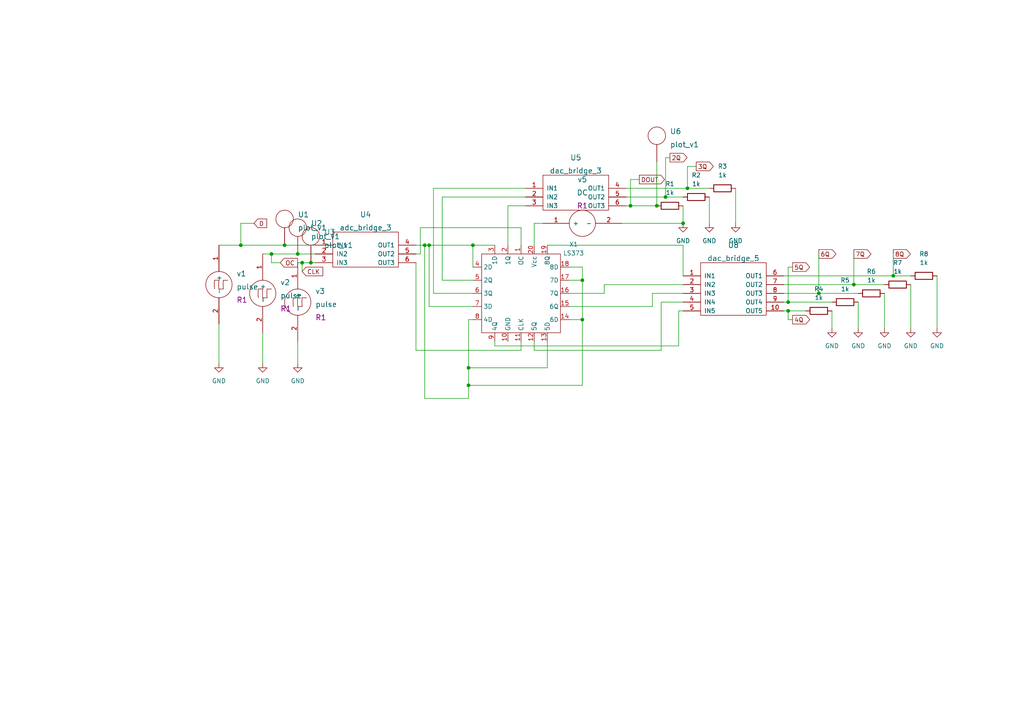
<source format=kicad_sch>
(kicad_sch (version 20211123) (generator eeschema)

  (uuid 43edfe05-85c5-468e-ac0c-0128166a7588)

  (paper "A4")

  (lib_symbols
    (symbol "eSim_Devices:resistor" (pin_numbers hide) (pin_names (offset 0)) (in_bom yes) (on_board yes)
      (property "Reference" "R" (id 0) (at 1.27 3.302 0)
        (effects (font (size 1.27 1.27)))
      )
      (property "Value" "resistor" (id 1) (at 1.27 -1.27 0)
        (effects (font (size 1.27 1.27)))
      )
      (property "Footprint" "" (id 2) (at 1.27 -0.508 0)
        (effects (font (size 0.762 0.762)))
      )
      (property "Datasheet" "" (id 3) (at 1.27 1.27 90)
        (effects (font (size 0.762 0.762)))
      )
      (property "ki_fp_filters" "R_* Resistor_*" (id 4) (at 0 0 0)
        (effects (font (size 1.27 1.27)) hide)
      )
      (symbol "resistor_0_1"
        (rectangle (start 3.81 0.254) (end -1.27 2.286)
          (stroke (width 0.254) (type default) (color 0 0 0 0))
          (fill (type none))
        )
      )
      (symbol "resistor_1_1"
        (pin passive line (at -2.54 1.27 0) (length 1.27)
          (name "~" (effects (font (size 1.524 1.524))))
          (number "1" (effects (font (size 1.524 1.524))))
        )
        (pin passive line (at 5.08 1.27 180) (length 1.27)
          (name "~" (effects (font (size 1.524 1.524))))
          (number "2" (effects (font (size 1.524 1.524))))
        )
      )
    )
    (symbol "eSim_Hybrid:adc_bridge_3" (pin_names (offset 1.016)) (in_bom yes) (on_board yes)
      (property "Reference" "U" (id 0) (at 0 0 0)
        (effects (font (size 1.524 1.524)))
      )
      (property "Value" "adc_bridge_3" (id 1) (at 0 3.81 0)
        (effects (font (size 1.524 1.524)))
      )
      (property "Footprint" "" (id 2) (at 0 0 0)
        (effects (font (size 1.524 1.524)))
      )
      (property "Datasheet" "" (id 3) (at 0 0 0)
        (effects (font (size 1.524 1.524)))
      )
      (symbol "adc_bridge_3_0_1"
        (rectangle (start -10.16 5.08) (end 8.89 -5.08)
          (stroke (width 0) (type default) (color 0 0 0 0))
          (fill (type none))
        )
      )
      (symbol "adc_bridge_3_1_1"
        (pin input line (at -15.24 1.27 0) (length 5.08)
          (name "IN1" (effects (font (size 1.27 1.27))))
          (number "1" (effects (font (size 1.27 1.27))))
        )
        (pin input line (at -15.24 -1.27 0) (length 5.08)
          (name "IN2" (effects (font (size 1.27 1.27))))
          (number "2" (effects (font (size 1.27 1.27))))
        )
        (pin input line (at -15.24 -3.81 0) (length 5.08)
          (name "IN3" (effects (font (size 1.27 1.27))))
          (number "3" (effects (font (size 1.27 1.27))))
        )
        (pin output line (at 13.97 1.27 180) (length 5.08)
          (name "OUT1" (effects (font (size 1.27 1.27))))
          (number "4" (effects (font (size 1.27 1.27))))
        )
        (pin output line (at 13.97 -1.27 180) (length 5.08)
          (name "OUT2" (effects (font (size 1.27 1.27))))
          (number "5" (effects (font (size 1.27 1.27))))
        )
        (pin output line (at 13.97 -3.81 180) (length 5.08)
          (name "OUT3" (effects (font (size 1.27 1.27))))
          (number "6" (effects (font (size 1.27 1.27))))
        )
      )
    )
    (symbol "eSim_Hybrid:dac_bridge_3" (pin_names (offset 1.016)) (in_bom yes) (on_board yes)
      (property "Reference" "U" (id 0) (at 0 0 0)
        (effects (font (size 1.524 1.524)))
      )
      (property "Value" "dac_bridge_3" (id 1) (at 0 3.81 0)
        (effects (font (size 1.524 1.524)))
      )
      (property "Footprint" "" (id 2) (at 0 0 0)
        (effects (font (size 1.524 1.524)))
      )
      (property "Datasheet" "" (id 3) (at 0 0 0)
        (effects (font (size 1.524 1.524)))
      )
      (symbol "dac_bridge_3_0_1"
        (rectangle (start -10.16 5.08) (end 8.89 -5.08)
          (stroke (width 0) (type default) (color 0 0 0 0))
          (fill (type none))
        )
      )
      (symbol "dac_bridge_3_1_1"
        (pin input line (at -15.24 1.27 0) (length 5.08)
          (name "IN1" (effects (font (size 1.27 1.27))))
          (number "1" (effects (font (size 1.27 1.27))))
        )
        (pin input line (at -15.24 -1.27 0) (length 5.08)
          (name "IN2" (effects (font (size 1.27 1.27))))
          (number "2" (effects (font (size 1.27 1.27))))
        )
        (pin input line (at -15.24 -3.81 0) (length 5.08)
          (name "IN3" (effects (font (size 1.27 1.27))))
          (number "3" (effects (font (size 1.27 1.27))))
        )
        (pin output line (at 13.97 1.27 180) (length 5.08)
          (name "OUT1" (effects (font (size 1.27 1.27))))
          (number "4" (effects (font (size 1.27 1.27))))
        )
        (pin output line (at 13.97 -1.27 180) (length 5.08)
          (name "OUT2" (effects (font (size 1.27 1.27))))
          (number "5" (effects (font (size 1.27 1.27))))
        )
        (pin output line (at 13.97 -3.81 180) (length 5.08)
          (name "OUT3" (effects (font (size 1.27 1.27))))
          (number "6" (effects (font (size 1.27 1.27))))
        )
      )
    )
    (symbol "eSim_Hybrid:dac_bridge_5" (pin_names (offset 1.016)) (in_bom yes) (on_board yes)
      (property "Reference" "U" (id 0) (at 0 0 0)
        (effects (font (size 1.524 1.524)))
      )
      (property "Value" "dac_bridge_5" (id 1) (at 0 3.81 0)
        (effects (font (size 1.524 1.524)))
      )
      (property "Footprint" "" (id 2) (at 0 0 0)
        (effects (font (size 1.524 1.524)))
      )
      (property "Datasheet" "" (id 3) (at 0 0 0)
        (effects (font (size 1.524 1.524)))
      )
      (symbol "dac_bridge_5_0_1"
        (rectangle (start -10.16 5.08) (end 8.89 -10.16)
          (stroke (width 0) (type default) (color 0 0 0 0))
          (fill (type none))
        )
      )
      (symbol "dac_bridge_5_1_1"
        (pin input line (at -15.24 1.27 0) (length 5.08)
          (name "IN1" (effects (font (size 1.27 1.27))))
          (number "1" (effects (font (size 1.27 1.27))))
        )
        (pin output line (at 13.97 -8.89 180) (length 5.08)
          (name "OUT5" (effects (font (size 1.27 1.27))))
          (number "10" (effects (font (size 1.27 1.27))))
        )
        (pin input line (at -15.24 -1.27 0) (length 5.08)
          (name "IN2" (effects (font (size 1.27 1.27))))
          (number "2" (effects (font (size 1.27 1.27))))
        )
        (pin input line (at -15.24 -3.81 0) (length 5.08)
          (name "IN3" (effects (font (size 1.27 1.27))))
          (number "3" (effects (font (size 1.27 1.27))))
        )
        (pin input line (at -15.24 -6.35 0) (length 5.08)
          (name "IN4" (effects (font (size 1.27 1.27))))
          (number "4" (effects (font (size 1.27 1.27))))
        )
        (pin input line (at -15.24 -8.89 0) (length 5.08)
          (name "IN5" (effects (font (size 1.27 1.27))))
          (number "5" (effects (font (size 1.27 1.27))))
        )
        (pin output line (at 13.97 1.27 180) (length 5.08)
          (name "OUT1" (effects (font (size 1.27 1.27))))
          (number "6" (effects (font (size 1.27 1.27))))
        )
        (pin output line (at 13.97 -1.27 180) (length 5.08)
          (name "OUT2" (effects (font (size 1.27 1.27))))
          (number "7" (effects (font (size 1.27 1.27))))
        )
        (pin output line (at 13.97 -3.81 180) (length 5.08)
          (name "OUT3" (effects (font (size 1.27 1.27))))
          (number "8" (effects (font (size 1.27 1.27))))
        )
        (pin output line (at 13.97 -6.35 180) (length 5.08)
          (name "OUT4" (effects (font (size 1.27 1.27))))
          (number "9" (effects (font (size 1.27 1.27))))
        )
      )
    )
    (symbol "eSim_Plot:plot_v1" (pin_names (offset 1.016)) (in_bom yes) (on_board yes)
      (property "Reference" "U" (id 0) (at 0 12.7 0)
        (effects (font (size 1.524 1.524)))
      )
      (property "Value" "plot_v1" (id 1) (at 5.08 8.89 0)
        (effects (font (size 1.524 1.524)))
      )
      (property "Footprint" "" (id 2) (at 0 0 0)
        (effects (font (size 1.524 1.524)))
      )
      (property "Datasheet" "" (id 3) (at 0 0 0)
        (effects (font (size 1.524 1.524)))
      )
      (symbol "plot_v1_0_1"
        (circle (center 0 12.7) (radius 2.54)
          (stroke (width 0) (type default) (color 0 0 0 0))
          (fill (type none))
        )
      )
      (symbol "plot_v1_1_1"
        (pin input line (at 0 5.08 90) (length 5.08)
          (name "~" (effects (font (size 1.27 1.27))))
          (number "~" (effects (font (size 1.27 1.27))))
        )
      )
    )
    (symbol "eSim_Power:eSim_GND" (power) (pin_names (offset 0)) (in_bom yes) (on_board yes)
      (property "Reference" "#PWR" (id 0) (at 0 -6.35 0)
        (effects (font (size 1.27 1.27)) hide)
      )
      (property "Value" "eSim_GND" (id 1) (at 0 -3.81 0)
        (effects (font (size 1.27 1.27)))
      )
      (property "Footprint" "" (id 2) (at 0 0 0)
        (effects (font (size 1.27 1.27)) hide)
      )
      (property "Datasheet" "" (id 3) (at 0 0 0)
        (effects (font (size 1.27 1.27)) hide)
      )
      (symbol "eSim_GND_0_1"
        (polyline
          (pts
            (xy 0 0)
            (xy 0 -1.27)
            (xy 1.27 -1.27)
            (xy 0 -2.54)
            (xy -1.27 -1.27)
            (xy 0 -1.27)
          )
          (stroke (width 0) (type default) (color 0 0 0 0))
          (fill (type none))
        )
      )
      (symbol "eSim_GND_1_1"
        (pin power_in line (at 0 0 270) (length 0) hide
          (name "GND" (effects (font (size 1.27 1.27))))
          (number "1" (effects (font (size 1.27 1.27))))
        )
      )
    )
    (symbol "eSim_Sources:DC" (pin_names (offset 1.016)) (in_bom yes) (on_board yes)
      (property "Reference" "v" (id 0) (at -5.08 2.54 0)
        (effects (font (size 1.524 1.524)))
      )
      (property "Value" "DC" (id 1) (at -5.08 -1.27 0)
        (effects (font (size 1.524 1.524)))
      )
      (property "Footprint" "R1" (id 2) (at -7.62 0 0)
        (effects (font (size 1.524 1.524)))
      )
      (property "Datasheet" "" (id 3) (at 0 0 0)
        (effects (font (size 1.524 1.524)))
      )
      (property "ki_fp_filters" "1_pin" (id 4) (at 0 0 0)
        (effects (font (size 1.27 1.27)) hide)
      )
      (symbol "DC_0_1"
        (circle (center 0 0) (radius 3.81)
          (stroke (width 0) (type default) (color 0 0 0 0))
          (fill (type none))
        )
      )
      (symbol "DC_1_1"
        (pin power_out line (at 0 11.43 270) (length 7.62)
          (name "+" (effects (font (size 1.27 1.27))))
          (number "1" (effects (font (size 1.27 1.27))))
        )
        (pin power_out line (at 0 -11.43 90) (length 7.62)
          (name "-" (effects (font (size 1.27 1.27))))
          (number "2" (effects (font (size 1.27 1.27))))
        )
      )
    )
    (symbol "eSim_Sources:pulse" (pin_names (offset 1.016)) (in_bom yes) (on_board yes)
      (property "Reference" "v" (id 0) (at -5.08 2.54 0)
        (effects (font (size 1.524 1.524)))
      )
      (property "Value" "pulse" (id 1) (at -5.08 -1.27 0)
        (effects (font (size 1.524 1.524)))
      )
      (property "Footprint" "R1" (id 2) (at -7.62 0 0)
        (effects (font (size 1.524 1.524)))
      )
      (property "Datasheet" "" (id 3) (at 0 0 0)
        (effects (font (size 1.524 1.524)))
      )
      (property "ki_fp_filters" "1_pin" (id 4) (at 0 0 0)
        (effects (font (size 1.27 1.27)) hide)
      )
      (symbol "pulse_0_1"
        (arc (start -1.27 1.27) (mid -1.3491 0) (end -1.27 -1.27)
          (stroke (width 0) (type default) (color 0 0 0 0))
          (fill (type none))
        )
        (arc (start 0 -1.27) (mid 0.635 -1.2876) (end 1.27 -1.27)
          (stroke (width 0) (type default) (color 0 0 0 0))
          (fill (type none))
        )
        (circle (center 0 0) (radius 3.81)
          (stroke (width 0) (type default) (color 0 0 0 0))
          (fill (type none))
        )
        (arc (start 0 1.27) (mid -0.635 1.2859) (end -1.27 1.27)
          (stroke (width 0) (type default) (color 0 0 0 0))
          (fill (type none))
        )
        (arc (start 0 1.27) (mid -0.0703 0) (end 0 -1.27)
          (stroke (width 0) (type default) (color 0 0 0 0))
          (fill (type none))
        )
        (arc (start 1.27 1.27) (mid 1.2124 0) (end 1.27 -1.27)
          (stroke (width 0) (type default) (color 0 0 0 0))
          (fill (type none))
        )
        (arc (start 1.27 1.27) (mid 1.905 1.2556) (end 2.54 1.27)
          (stroke (width 0) (type default) (color 0 0 0 0))
          (fill (type none))
        )
      )
      (symbol "pulse_1_1"
        (pin passive line (at 0 11.43 270) (length 7.62)
          (name "+" (effects (font (size 1.27 1.27))))
          (number "1" (effects (font (size 1.27 1.27))))
        )
        (pin passive line (at 0 -11.43 90) (length 7.62)
          (name "-" (effects (font (size 1.27 1.27))))
          (number "2" (effects (font (size 1.27 1.27))))
        )
      )
    )
    (symbol "eSim_Subckt:LS373" (in_bom yes) (on_board yes)
      (property "Reference" "X" (id 0) (at -1.27 -1.27 0)
        (effects (font (size 1.27 1.27)))
      )
      (property "Value" "LS373" (id 1) (at -1.27 2.54 0)
        (effects (font (size 1.27 1.27)))
      )
      (property "Footprint" "" (id 2) (at 1.27 -5.08 0)
        (effects (font (size 1.27 1.27)) hide)
      )
      (property "Datasheet" "" (id 3) (at 1.27 -5.08 0)
        (effects (font (size 1.27 1.27)) hide)
      )
      (symbol "LS373_0_1"
        (rectangle (start -12.7 11.43) (end 10.16 -11.43)
          (stroke (width 0) (type default) (color 0 0 0 0))
          (fill (type none))
        )
      )
      (symbol "LS373_1_1"
        (pin input line (at -1.27 13.97 270) (length 2.54)
          (name "OC" (effects (font (size 1.27 1.27))))
          (number "1" (effects (font (size 1.27 1.27))))
        )
        (pin input line (at -5.08 -13.97 90) (length 2.54)
          (name "GND" (effects (font (size 1.27 1.27))))
          (number "10" (effects (font (size 1.27 1.27))))
        )
        (pin input line (at -1.27 -13.97 90) (length 2.54)
          (name "CLK" (effects (font (size 1.27 1.27))))
          (number "11" (effects (font (size 1.27 1.27))))
        )
        (pin output line (at 2.54 -13.97 90) (length 2.54)
          (name "5Q" (effects (font (size 1.27 1.27))))
          (number "12" (effects (font (size 1.27 1.27))))
        )
        (pin input line (at 6.35 -13.97 90) (length 2.54)
          (name "5D" (effects (font (size 1.27 1.27))))
          (number "13" (effects (font (size 1.27 1.27))))
        )
        (pin input line (at 12.7 -7.62 180) (length 2.54)
          (name "6D" (effects (font (size 1.27 1.27))))
          (number "14" (effects (font (size 1.27 1.27))))
        )
        (pin output line (at 12.7 -3.81 180) (length 2.54)
          (name "6Q" (effects (font (size 1.27 1.27))))
          (number "15" (effects (font (size 1.27 1.27))))
        )
        (pin output line (at 12.7 0 180) (length 2.54)
          (name "7Q" (effects (font (size 1.27 1.27))))
          (number "16" (effects (font (size 1.27 1.27))))
        )
        (pin input line (at 12.7 3.81 180) (length 2.54)
          (name "7D" (effects (font (size 1.27 1.27))))
          (number "17" (effects (font (size 1.27 1.27))))
        )
        (pin input line (at 12.7 7.62 180) (length 2.54)
          (name "8D" (effects (font (size 1.27 1.27))))
          (number "18" (effects (font (size 1.27 1.27))))
        )
        (pin output line (at 6.35 13.97 270) (length 2.54)
          (name "8Q" (effects (font (size 1.27 1.27))))
          (number "19" (effects (font (size 1.27 1.27))))
        )
        (pin output line (at -5.08 13.97 270) (length 2.54)
          (name "1Q" (effects (font (size 1.27 1.27))))
          (number "2" (effects (font (size 1.27 1.27))))
        )
        (pin input line (at 2.54 13.97 270) (length 2.54)
          (name "Vcc" (effects (font (size 1.27 1.27))))
          (number "20" (effects (font (size 1.27 1.27))))
        )
        (pin input line (at -8.89 13.97 270) (length 2.54)
          (name "1D" (effects (font (size 1.27 1.27))))
          (number "3" (effects (font (size 1.27 1.27))))
        )
        (pin input line (at -15.24 7.62 0) (length 2.54)
          (name "2D" (effects (font (size 1.27 1.27))))
          (number "4" (effects (font (size 1.27 1.27))))
        )
        (pin output line (at -15.24 3.81 0) (length 2.54)
          (name "2Q" (effects (font (size 1.27 1.27))))
          (number "5" (effects (font (size 1.27 1.27))))
        )
        (pin output line (at -15.24 0 0) (length 2.54)
          (name "3Q" (effects (font (size 1.27 1.27))))
          (number "6" (effects (font (size 1.27 1.27))))
        )
        (pin input line (at -15.24 -3.81 0) (length 2.54)
          (name "3D" (effects (font (size 1.27 1.27))))
          (number "7" (effects (font (size 1.27 1.27))))
        )
        (pin input line (at -15.24 -7.62 0) (length 2.54)
          (name "4D" (effects (font (size 1.27 1.27))))
          (number "8" (effects (font (size 1.27 1.27))))
        )
        (pin output line (at -8.89 -13.97 90) (length 2.54)
          (name "4Q" (effects (font (size 1.27 1.27))))
          (number "9" (effects (font (size 1.27 1.27))))
        )
      )
    )
  )

  (junction (at 90.17 76.2) (diameter 0) (color 0 0 0 0)
    (uuid 09281a5a-a86e-4c23-b099-a6d1b64041c1)
  )
  (junction (at 168.91 92.71) (diameter 0) (color 0 0 0 0)
    (uuid 2270affe-b7e8-4a6c-961e-cba2d3a70804)
  )
  (junction (at 228.6 90.17) (diameter 0) (color 0 0 0 0)
    (uuid 2732402a-d917-46ff-8c2b-3456ef1d966c)
  )
  (junction (at 135.89 111.76) (diameter 0) (color 0 0 0 0)
    (uuid 4237470b-349e-4813-9afd-5dc9e1821ba3)
  )
  (junction (at 237.49 85.09) (diameter 0) (color 0 0 0 0)
    (uuid 43d40bf9-5af3-4dfa-85bc-d310f895fd59)
  )
  (junction (at 86.36 73.66) (diameter 0) (color 0 0 0 0)
    (uuid 46d50858-0440-4f8d-9ae5-7d8b4bbd0a0f)
  )
  (junction (at 123.19 71.12) (diameter 0) (color 0 0 0 0)
    (uuid 519d370f-bfe1-4f2c-9365-2512d01916d2)
  )
  (junction (at 124.46 71.12) (diameter 0) (color 0 0 0 0)
    (uuid 5418e2ce-1e63-43b4-8dbb-6daff1549ecd)
  )
  (junction (at 190.5 59.69) (diameter 0) (color 0 0 0 0)
    (uuid 6885856d-c3bc-4a1d-a76f-97b4ebf64dc5)
  )
  (junction (at 135.89 106.68) (diameter 0) (color 0 0 0 0)
    (uuid 6d19878a-ebd1-44b2-90b7-d7353ef922cc)
  )
  (junction (at 87.63 76.2) (diameter 0) (color 0 0 0 0)
    (uuid 6dd40e1b-9f0c-419d-8f40-9d4585344659)
  )
  (junction (at 228.6 87.63) (diameter 0) (color 0 0 0 0)
    (uuid 9a894b2f-dda0-4cab-9866-ffdc2b24b4dd)
  )
  (junction (at 69.85 71.12) (diameter 0) (color 0 0 0 0)
    (uuid b9fc29e8-655e-42e4-84b1-984a211f3e23)
  )
  (junction (at 182.88 59.69) (diameter 0) (color 0 0 0 0)
    (uuid bab19450-2b51-4e1d-9364-5343fe09801b)
  )
  (junction (at 199.39 54.61) (diameter 0) (color 0 0 0 0)
    (uuid bb7ae1db-4116-42f2-a6c5-7c2f02d8836c)
  )
  (junction (at 82.55 71.12) (diameter 0) (color 0 0 0 0)
    (uuid c16a4b80-6bb0-48bb-a77f-532404d996c1)
  )
  (junction (at 78.74 73.66) (diameter 0) (color 0 0 0 0)
    (uuid c3ff09c2-3f0c-4ca2-a180-e523eb32b5f1)
  )
  (junction (at 137.16 71.12) (diameter 0) (color 0 0 0 0)
    (uuid c80423f7-ac67-421c-9570-31abb5a2e60e)
  )
  (junction (at 259.08 80.01) (diameter 0) (color 0 0 0 0)
    (uuid c8bbce71-7e5d-4e41-be0a-6bccb3cac5a4)
  )
  (junction (at 198.12 64.77) (diameter 0) (color 0 0 0 0)
    (uuid ca284425-69c6-47de-8a1f-e02400872e50)
  )
  (junction (at 168.91 81.28) (diameter 0) (color 0 0 0 0)
    (uuid ecc0c9c2-0d1b-47dc-8851-f45baa480f37)
  )
  (junction (at 193.04 57.15) (diameter 0) (color 0 0 0 0)
    (uuid f6b595fd-18ae-48f5-a366-d64143337671)
  )
  (junction (at 247.65 82.55) (diameter 0) (color 0 0 0 0)
    (uuid fad9b830-894e-417b-b520-07681b3fdc37)
  )

  (wire (pts (xy 175.26 82.55) (xy 198.12 82.55))
    (stroke (width 0) (type default) (color 0 0 0 0))
    (uuid 028e3fae-8c6e-446f-9c49-7f4d5cb8ce7e)
  )
  (wire (pts (xy 227.33 85.09) (xy 237.49 85.09))
    (stroke (width 0) (type default) (color 0 0 0 0))
    (uuid 03bf1c75-2b94-4a60-b126-c89736db4627)
  )
  (wire (pts (xy 199.39 48.26) (xy 199.39 54.61))
    (stroke (width 0) (type default) (color 0 0 0 0))
    (uuid 04b5c97d-687a-406b-a63a-25c68bb9d0a4)
  )
  (wire (pts (xy 205.74 57.15) (xy 205.74 64.77))
    (stroke (width 0) (type default) (color 0 0 0 0))
    (uuid 051e2cf3-a9ad-4b30-b3bf-474218613169)
  )
  (wire (pts (xy 86.36 76.2) (xy 87.63 76.2))
    (stroke (width 0) (type default) (color 0 0 0 0))
    (uuid 06f9cfb0-18fb-4312-9646-18c587abda36)
  )
  (wire (pts (xy 168.91 111.76) (xy 135.89 111.76))
    (stroke (width 0) (type default) (color 0 0 0 0))
    (uuid 0759cc45-49d6-47a3-8473-1e14cce89c97)
  )
  (wire (pts (xy 196.85 100.33) (xy 196.85 90.17))
    (stroke (width 0) (type default) (color 0 0 0 0))
    (uuid 0824a631-90af-4562-a7bc-b7486fe1c970)
  )
  (wire (pts (xy 124.46 71.12) (xy 137.16 71.12))
    (stroke (width 0) (type default) (color 0 0 0 0))
    (uuid 0a2cc2a4-de7f-41f2-ab73-0ea37011b233)
  )
  (wire (pts (xy 198.12 59.69) (xy 198.12 64.77))
    (stroke (width 0) (type default) (color 0 0 0 0))
    (uuid 0bc98a99-7476-4a2a-a114-c49477fd3901)
  )
  (wire (pts (xy 237.49 85.09) (xy 248.92 85.09))
    (stroke (width 0) (type default) (color 0 0 0 0))
    (uuid 0e1a21c1-3eb8-4bb0-9454-c29a161b5f76)
  )
  (wire (pts (xy 137.16 71.12) (xy 137.16 77.47))
    (stroke (width 0) (type default) (color 0 0 0 0))
    (uuid 10cba2db-e0ee-4562-b5c2-af57c36bef2b)
  )
  (wire (pts (xy 191.77 87.63) (xy 191.77 101.6))
    (stroke (width 0) (type default) (color 0 0 0 0))
    (uuid 12d9d150-a344-4f5d-9c0e-7bdbc42f5fe8)
  )
  (wire (pts (xy 69.85 71.12) (xy 82.55 71.12))
    (stroke (width 0) (type default) (color 0 0 0 0))
    (uuid 13be8ea6-5495-4b6a-9640-53df189b500a)
  )
  (wire (pts (xy 227.33 90.17) (xy 228.6 90.17))
    (stroke (width 0) (type default) (color 0 0 0 0))
    (uuid 1a508db1-750a-40d0-94ef-531e0ad672cc)
  )
  (wire (pts (xy 120.65 73.66) (xy 121.92 73.66))
    (stroke (width 0) (type default) (color 0 0 0 0))
    (uuid 1f1ec0a1-03dc-41c3-8ddb-90fa27b54835)
  )
  (wire (pts (xy 82.55 71.12) (xy 91.44 71.12))
    (stroke (width 0) (type default) (color 0 0 0 0))
    (uuid 20d332d2-b200-4759-9766-2cebffb13b0d)
  )
  (wire (pts (xy 63.5 93.98) (xy 63.5 105.41))
    (stroke (width 0) (type default) (color 0 0 0 0))
    (uuid 20da8034-5361-41e8-b137-c904adcf0c6f)
  )
  (wire (pts (xy 158.75 99.06) (xy 158.75 106.68))
    (stroke (width 0) (type default) (color 0 0 0 0))
    (uuid 226d6e53-0321-4408-b0c0-abf4eb0a69a8)
  )
  (wire (pts (xy 158.75 106.68) (xy 135.89 106.68))
    (stroke (width 0) (type default) (color 0 0 0 0))
    (uuid 27027415-8ae6-4ad1-b556-73a1d39c3796)
  )
  (wire (pts (xy 165.1 85.09) (xy 175.26 85.09))
    (stroke (width 0) (type default) (color 0 0 0 0))
    (uuid 27cd77f4-a811-4dd6-b344-6d0f0ccf4d3b)
  )
  (wire (pts (xy 259.08 73.66) (xy 259.08 80.01))
    (stroke (width 0) (type default) (color 0 0 0 0))
    (uuid 28808e4c-8ba3-4c2c-bbbf-27f364c32a8c)
  )
  (wire (pts (xy 81.28 76.2) (xy 78.74 76.2))
    (stroke (width 0) (type default) (color 0 0 0 0))
    (uuid 2a83a28d-db44-4d26-9206-7896fc163805)
  )
  (wire (pts (xy 165.1 88.9) (xy 189.23 88.9))
    (stroke (width 0) (type default) (color 0 0 0 0))
    (uuid 2b2f5a07-1fa9-48d6-9660-ae616b609f19)
  )
  (wire (pts (xy 199.39 54.61) (xy 205.74 54.61))
    (stroke (width 0) (type default) (color 0 0 0 0))
    (uuid 2c9e52fb-2379-4174-8fb5-d72667ebf91d)
  )
  (wire (pts (xy 158.75 71.12) (xy 198.12 71.12))
    (stroke (width 0) (type default) (color 0 0 0 0))
    (uuid 2d7e02e7-9b05-425a-8106-92b7460c9ce7)
  )
  (wire (pts (xy 121.92 66.04) (xy 121.92 73.66))
    (stroke (width 0) (type default) (color 0 0 0 0))
    (uuid 2df182f4-b80c-4589-b045-c38103982a5a)
  )
  (wire (pts (xy 137.16 71.12) (xy 143.51 71.12))
    (stroke (width 0) (type default) (color 0 0 0 0))
    (uuid 2ec95449-6f82-48a4-a7c7-4c766d57c1ae)
  )
  (wire (pts (xy 190.5 46.99) (xy 190.5 59.69))
    (stroke (width 0) (type default) (color 0 0 0 0))
    (uuid 3be98431-f944-4fa6-b1bf-5dc357166620)
  )
  (wire (pts (xy 73.66 64.77) (xy 69.85 64.77))
    (stroke (width 0) (type default) (color 0 0 0 0))
    (uuid 3da39f31-4bd2-4d6d-9d6e-6d62ec832587)
  )
  (wire (pts (xy 229.87 92.71) (xy 228.6 92.71))
    (stroke (width 0) (type default) (color 0 0 0 0))
    (uuid 3ece9915-ae62-4118-857b-7cdebb3a8beb)
  )
  (wire (pts (xy 165.1 77.47) (xy 168.91 77.47))
    (stroke (width 0) (type default) (color 0 0 0 0))
    (uuid 3f1c4cb4-189e-465f-b623-f99dbee39f88)
  )
  (wire (pts (xy 78.74 76.2) (xy 78.74 73.66))
    (stroke (width 0) (type default) (color 0 0 0 0))
    (uuid 46040654-e7af-4c70-b0ca-a1ed8d68802d)
  )
  (wire (pts (xy 135.89 106.68) (xy 135.89 92.71))
    (stroke (width 0) (type default) (color 0 0 0 0))
    (uuid 47100e89-b978-4ee0-8db3-351d6a6441cd)
  )
  (wire (pts (xy 137.16 85.09) (xy 125.73 85.09))
    (stroke (width 0) (type default) (color 0 0 0 0))
    (uuid 49fc40d4-4a78-4fc9-8fc9-6fff19e2613c)
  )
  (wire (pts (xy 228.6 87.63) (xy 241.3 87.63))
    (stroke (width 0) (type default) (color 0 0 0 0))
    (uuid 4a11cd26-38ea-4219-862a-07fcf2687453)
  )
  (wire (pts (xy 78.74 73.66) (xy 86.36 73.66))
    (stroke (width 0) (type default) (color 0 0 0 0))
    (uuid 4dbd48d9-61d7-466d-b7d6-f4291fdc6367)
  )
  (wire (pts (xy 135.89 92.71) (xy 137.16 92.71))
    (stroke (width 0) (type default) (color 0 0 0 0))
    (uuid 4dce2f05-7320-4f5c-928e-d9817c2b8a3e)
  )
  (wire (pts (xy 201.93 48.26) (xy 199.39 48.26))
    (stroke (width 0) (type default) (color 0 0 0 0))
    (uuid 4eb044f3-fe6f-4b35-8969-07188157dac1)
  )
  (wire (pts (xy 143.51 99.06) (xy 143.51 100.33))
    (stroke (width 0) (type default) (color 0 0 0 0))
    (uuid 4f154cbd-5f87-470f-b434-067718fe3a5c)
  )
  (wire (pts (xy 191.77 87.63) (xy 198.12 87.63))
    (stroke (width 0) (type default) (color 0 0 0 0))
    (uuid 5650bf65-c413-4642-bb9c-0bd7fa9cb549)
  )
  (wire (pts (xy 175.26 85.09) (xy 175.26 82.55))
    (stroke (width 0) (type default) (color 0 0 0 0))
    (uuid 5877dfd6-b33c-4847-9332-821d23269b29)
  )
  (wire (pts (xy 181.61 59.69) (xy 182.88 59.69))
    (stroke (width 0) (type default) (color 0 0 0 0))
    (uuid 595e8a16-205d-440a-bcbf-380fa021dac2)
  )
  (wire (pts (xy 86.36 73.66) (xy 91.44 73.66))
    (stroke (width 0) (type default) (color 0 0 0 0))
    (uuid 6329bea6-15be-4f68-bd91-ebe1d27f6c30)
  )
  (wire (pts (xy 147.32 71.12) (xy 147.32 59.69))
    (stroke (width 0) (type default) (color 0 0 0 0))
    (uuid 6354d4c1-90be-4817-bcdc-36954592efa3)
  )
  (wire (pts (xy 227.33 82.55) (xy 247.65 82.55))
    (stroke (width 0) (type default) (color 0 0 0 0))
    (uuid 69c2f445-62d2-4a19-ac51-ff1aadfb6e73)
  )
  (wire (pts (xy 157.48 64.77) (xy 154.94 64.77))
    (stroke (width 0) (type default) (color 0 0 0 0))
    (uuid 6ccd465b-12fb-4e06-87c5-a9833d4f4940)
  )
  (wire (pts (xy 151.13 101.6) (xy 151.13 99.06))
    (stroke (width 0) (type default) (color 0 0 0 0))
    (uuid 6fde38dd-34e2-4263-964a-b23840cb4490)
  )
  (wire (pts (xy 143.51 100.33) (xy 196.85 100.33))
    (stroke (width 0) (type default) (color 0 0 0 0))
    (uuid 6fec5ea9-a3ca-4696-b485-469117b180fd)
  )
  (wire (pts (xy 185.42 52.07) (xy 182.88 52.07))
    (stroke (width 0) (type default) (color 0 0 0 0))
    (uuid 72616224-ee0d-4164-b4a9-1249f5640adb)
  )
  (wire (pts (xy 189.23 85.09) (xy 198.12 85.09))
    (stroke (width 0) (type default) (color 0 0 0 0))
    (uuid 7389a711-7a77-4717-8eff-bc9804baaa62)
  )
  (wire (pts (xy 87.63 76.2) (xy 87.63 78.74))
    (stroke (width 0) (type default) (color 0 0 0 0))
    (uuid 770d128c-494d-4aab-897a-c6c3fb3dacfe)
  )
  (wire (pts (xy 128.27 81.28) (xy 128.27 57.15))
    (stroke (width 0) (type default) (color 0 0 0 0))
    (uuid 77b79ea1-7014-475a-ad2e-7db22f0280c8)
  )
  (wire (pts (xy 87.63 76.2) (xy 90.17 76.2))
    (stroke (width 0) (type default) (color 0 0 0 0))
    (uuid 78431b7e-31e4-4847-92e3-8949e945e87d)
  )
  (wire (pts (xy 151.13 66.04) (xy 121.92 66.04))
    (stroke (width 0) (type default) (color 0 0 0 0))
    (uuid 78f15e48-6920-4104-ac0e-07a8fbd13aa8)
  )
  (wire (pts (xy 180.34 64.77) (xy 198.12 64.77))
    (stroke (width 0) (type default) (color 0 0 0 0))
    (uuid 7936234b-cee7-4fe7-83e5-62952fbfd6de)
  )
  (wire (pts (xy 147.32 59.69) (xy 152.4 59.69))
    (stroke (width 0) (type default) (color 0 0 0 0))
    (uuid 7bfe5c76-8280-46f0-87d8-1a00d531241b)
  )
  (wire (pts (xy 76.2 96.52) (xy 76.2 105.41))
    (stroke (width 0) (type default) (color 0 0 0 0))
    (uuid 80bd7bc8-3f31-4668-872e-78dfff17fc1b)
  )
  (wire (pts (xy 123.19 71.12) (xy 124.46 71.12))
    (stroke (width 0) (type default) (color 0 0 0 0))
    (uuid 830fe809-d7d7-48a6-8479-dfbcdb54c17a)
  )
  (wire (pts (xy 135.89 115.57) (xy 135.89 111.76))
    (stroke (width 0) (type default) (color 0 0 0 0))
    (uuid 84a33a41-b3a6-468f-bd15-e63a71dcf9d9)
  )
  (wire (pts (xy 181.61 57.15) (xy 193.04 57.15))
    (stroke (width 0) (type default) (color 0 0 0 0))
    (uuid 8cbfb5e8-7375-410c-9fd4-fe6f2cbe9e12)
  )
  (wire (pts (xy 154.94 99.06) (xy 154.94 101.6))
    (stroke (width 0) (type default) (color 0 0 0 0))
    (uuid 8f7e9318-d33a-4b62-8e82-f68fb8f40974)
  )
  (wire (pts (xy 213.36 54.61) (xy 213.36 64.77))
    (stroke (width 0) (type default) (color 0 0 0 0))
    (uuid 92d21701-a0c4-4001-9420-d94a99d2b06f)
  )
  (wire (pts (xy 90.17 76.2) (xy 91.44 76.2))
    (stroke (width 0) (type default) (color 0 0 0 0))
    (uuid 9440dbd6-0b5c-418c-9dd3-57fe95e3d905)
  )
  (wire (pts (xy 154.94 101.6) (xy 191.77 101.6))
    (stroke (width 0) (type default) (color 0 0 0 0))
    (uuid 9d500300-6411-4983-9e40-6ac198d666ab)
  )
  (wire (pts (xy 182.88 59.69) (xy 190.5 59.69))
    (stroke (width 0) (type default) (color 0 0 0 0))
    (uuid 9d5c9c01-2fe0-4ed6-a83d-3b3c78f0f235)
  )
  (wire (pts (xy 86.36 99.06) (xy 86.36 105.41))
    (stroke (width 0) (type default) (color 0 0 0 0))
    (uuid 9dcace89-da19-45eb-8d2c-e4c1e62f4b5f)
  )
  (wire (pts (xy 259.08 80.01) (xy 264.16 80.01))
    (stroke (width 0) (type default) (color 0 0 0 0))
    (uuid a4f8db8f-c24e-4722-afe4-92801d8f2a98)
  )
  (wire (pts (xy 137.16 88.9) (xy 124.46 88.9))
    (stroke (width 0) (type default) (color 0 0 0 0))
    (uuid a54efde2-f2ae-4218-bbae-5b05d56bf6ba)
  )
  (wire (pts (xy 271.78 80.01) (xy 271.78 95.25))
    (stroke (width 0) (type default) (color 0 0 0 0))
    (uuid a56ee99e-52d3-43dc-9ac5-25882385dae4)
  )
  (wire (pts (xy 193.04 45.72) (xy 193.04 57.15))
    (stroke (width 0) (type default) (color 0 0 0 0))
    (uuid a9eb011b-8b19-4116-8db0-b8545021f02e)
  )
  (wire (pts (xy 247.65 82.55) (xy 256.54 82.55))
    (stroke (width 0) (type default) (color 0 0 0 0))
    (uuid aa45b966-0729-413f-93f2-601438c005de)
  )
  (wire (pts (xy 228.6 92.71) (xy 228.6 90.17))
    (stroke (width 0) (type default) (color 0 0 0 0))
    (uuid aa6a4669-dc11-4acf-afd0-3d0686123bdf)
  )
  (wire (pts (xy 165.1 81.28) (xy 168.91 81.28))
    (stroke (width 0) (type default) (color 0 0 0 0))
    (uuid b25dcb27-8691-4e6d-a26f-08ce3ba698d4)
  )
  (wire (pts (xy 182.88 52.07) (xy 182.88 59.69))
    (stroke (width 0) (type default) (color 0 0 0 0))
    (uuid b2c94420-38a2-44be-842a-868819cee1e0)
  )
  (wire (pts (xy 256.54 85.09) (xy 256.54 95.25))
    (stroke (width 0) (type default) (color 0 0 0 0))
    (uuid baf0dda6-745a-4e4b-b5c7-9c3ce3cba88a)
  )
  (wire (pts (xy 168.91 92.71) (xy 168.91 111.76))
    (stroke (width 0) (type default) (color 0 0 0 0))
    (uuid bbb01ba1-76dd-4bca-8751-d9e27c5b1477)
  )
  (wire (pts (xy 128.27 57.15) (xy 152.4 57.15))
    (stroke (width 0) (type default) (color 0 0 0 0))
    (uuid be82cbce-d98d-4b55-82c9-98f22f5b25c5)
  )
  (wire (pts (xy 151.13 71.12) (xy 151.13 66.04))
    (stroke (width 0) (type default) (color 0 0 0 0))
    (uuid bfb0daf2-8349-4adc-b0a5-2228e73a5a4b)
  )
  (wire (pts (xy 135.89 115.57) (xy 123.19 115.57))
    (stroke (width 0) (type default) (color 0 0 0 0))
    (uuid c087ba44-040f-451a-820a-b75d8ef7c222)
  )
  (wire (pts (xy 194.31 45.72) (xy 193.04 45.72))
    (stroke (width 0) (type default) (color 0 0 0 0))
    (uuid c227ac63-5ecd-4190-9ec2-ff65414d47f1)
  )
  (wire (pts (xy 237.49 73.66) (xy 237.49 85.09))
    (stroke (width 0) (type default) (color 0 0 0 0))
    (uuid c33b2f3c-e3af-4be2-b566-b017df46b437)
  )
  (wire (pts (xy 137.16 81.28) (xy 128.27 81.28))
    (stroke (width 0) (type default) (color 0 0 0 0))
    (uuid c436e6dc-31d6-436b-b5e2-16b281b6c188)
  )
  (wire (pts (xy 125.73 85.09) (xy 125.73 54.61))
    (stroke (width 0) (type default) (color 0 0 0 0))
    (uuid c5964616-b724-46a2-9ae9-d8379a6de66f)
  )
  (wire (pts (xy 124.46 88.9) (xy 124.46 71.12))
    (stroke (width 0) (type default) (color 0 0 0 0))
    (uuid c74a76a4-1e2e-4feb-afa7-f558b9a8534f)
  )
  (wire (pts (xy 189.23 88.9) (xy 189.23 85.09))
    (stroke (width 0) (type default) (color 0 0 0 0))
    (uuid c8075627-6c12-4c5c-ab60-e2939e88f08e)
  )
  (wire (pts (xy 241.3 90.17) (xy 241.3 95.25))
    (stroke (width 0) (type default) (color 0 0 0 0))
    (uuid c920cb86-5a59-4722-a7af-f5ddbcf4f5ba)
  )
  (wire (pts (xy 120.65 71.12) (xy 123.19 71.12))
    (stroke (width 0) (type default) (color 0 0 0 0))
    (uuid cf0bf0a6-0130-4959-80c7-ff76badd2f87)
  )
  (wire (pts (xy 63.5 71.12) (xy 69.85 71.12))
    (stroke (width 0) (type default) (color 0 0 0 0))
    (uuid d24e05fb-9f3d-4954-bb5b-913b14d9b69e)
  )
  (wire (pts (xy 248.92 87.63) (xy 248.92 95.25))
    (stroke (width 0) (type default) (color 0 0 0 0))
    (uuid d3dd4dc2-f7fd-4afc-92a3-56b5ab544369)
  )
  (wire (pts (xy 229.87 77.47) (xy 228.6 77.47))
    (stroke (width 0) (type default) (color 0 0 0 0))
    (uuid d486a0a5-a24d-4a65-813f-64a7aac883e5)
  )
  (wire (pts (xy 154.94 64.77) (xy 154.94 71.12))
    (stroke (width 0) (type default) (color 0 0 0 0))
    (uuid d49164af-2fa2-4177-b755-f3e36975b21c)
  )
  (wire (pts (xy 165.1 92.71) (xy 168.91 92.71))
    (stroke (width 0) (type default) (color 0 0 0 0))
    (uuid d596ef5b-b02c-4670-9460-e82356cb140c)
  )
  (wire (pts (xy 227.33 80.01) (xy 259.08 80.01))
    (stroke (width 0) (type default) (color 0 0 0 0))
    (uuid d69be2b1-09a3-43fd-b571-33c24ba4f089)
  )
  (wire (pts (xy 181.61 54.61) (xy 199.39 54.61))
    (stroke (width 0) (type default) (color 0 0 0 0))
    (uuid d7884aca-cb18-4bd9-8d59-8f3cc2340a6c)
  )
  (wire (pts (xy 76.2 73.66) (xy 78.74 73.66))
    (stroke (width 0) (type default) (color 0 0 0 0))
    (uuid d87e493b-5b9b-4595-b4ba-2485c659f1b3)
  )
  (wire (pts (xy 69.85 64.77) (xy 69.85 71.12))
    (stroke (width 0) (type default) (color 0 0 0 0))
    (uuid dfe80356-4f7b-400e-a0a0-62b3bc116423)
  )
  (wire (pts (xy 168.91 77.47) (xy 168.91 81.28))
    (stroke (width 0) (type default) (color 0 0 0 0))
    (uuid e16e71dd-e222-4148-8e77-0747ccfda328)
  )
  (wire (pts (xy 196.85 90.17) (xy 198.12 90.17))
    (stroke (width 0) (type default) (color 0 0 0 0))
    (uuid e2950316-1532-49db-849f-968872008395)
  )
  (wire (pts (xy 193.04 57.15) (xy 198.12 57.15))
    (stroke (width 0) (type default) (color 0 0 0 0))
    (uuid e2959883-6129-4143-ae57-f076b887d435)
  )
  (wire (pts (xy 135.89 111.76) (xy 135.89 106.68))
    (stroke (width 0) (type default) (color 0 0 0 0))
    (uuid e2ea79bd-e6f3-4ed5-aa9e-3277e33b2d6d)
  )
  (wire (pts (xy 247.65 73.66) (xy 247.65 82.55))
    (stroke (width 0) (type default) (color 0 0 0 0))
    (uuid e4d724c1-6271-40ca-829e-487602a91a34)
  )
  (wire (pts (xy 120.65 76.2) (xy 120.65 101.6))
    (stroke (width 0) (type default) (color 0 0 0 0))
    (uuid e6f8f340-80e8-4242-a4b1-a1896496fd17)
  )
  (wire (pts (xy 125.73 54.61) (xy 152.4 54.61))
    (stroke (width 0) (type default) (color 0 0 0 0))
    (uuid eab89609-9493-407f-82bc-720f61e069b1)
  )
  (wire (pts (xy 168.91 81.28) (xy 168.91 92.71))
    (stroke (width 0) (type default) (color 0 0 0 0))
    (uuid f06ef8e9-3cd1-45a2-aad0-6c825d77b988)
  )
  (wire (pts (xy 228.6 90.17) (xy 233.68 90.17))
    (stroke (width 0) (type default) (color 0 0 0 0))
    (uuid f26a9030-390e-4afe-8040-f6dac1d4b5b0)
  )
  (wire (pts (xy 264.16 82.55) (xy 264.16 95.25))
    (stroke (width 0) (type default) (color 0 0 0 0))
    (uuid f4de1067-4927-48e6-bbbf-227c74675a77)
  )
  (wire (pts (xy 120.65 101.6) (xy 151.13 101.6))
    (stroke (width 0) (type default) (color 0 0 0 0))
    (uuid f562697b-6029-463e-8eb9-badb6faebe7b)
  )
  (wire (pts (xy 228.6 77.47) (xy 228.6 87.63))
    (stroke (width 0) (type default) (color 0 0 0 0))
    (uuid f65cd202-7833-4637-8fc0-95cd97ce85a1)
  )
  (wire (pts (xy 227.33 87.63) (xy 228.6 87.63))
    (stroke (width 0) (type default) (color 0 0 0 0))
    (uuid f7e1c528-294d-4e5f-9bb4-fba52298192e)
  )
  (wire (pts (xy 198.12 71.12) (xy 198.12 80.01))
    (stroke (width 0) (type default) (color 0 0 0 0))
    (uuid f9095235-e0bb-466a-bfd1-480c4cd851c3)
  )
  (wire (pts (xy 123.19 115.57) (xy 123.19 71.12))
    (stroke (width 0) (type default) (color 0 0 0 0))
    (uuid fda00aed-ada2-4175-81a1-3bf0ff8d9777)
  )

  (global_label "2Q" (shape output) (at 194.31 45.72 0) (fields_autoplaced)
    (effects (font (size 1.27 1.27)) (justify left))
    (uuid 2ccc03bd-191d-4aeb-a07a-0fa5eb0f8577)
    (property "Intersheet References" "${INTERSHEET_REFS}" (id 0) (at 199.2631 45.6406 0)
      (effects (font (size 1.27 1.27)) (justify left) hide)
    )
  )
  (global_label "3Q" (shape output) (at 201.93 48.26 0) (fields_autoplaced)
    (effects (font (size 1.27 1.27)) (justify left))
    (uuid 4880f79d-3b2a-4692-9a82-7cf973d48be6)
    (property "Intersheet References" "${INTERSHEET_REFS}" (id 0) (at 206.8831 48.1806 0)
      (effects (font (size 1.27 1.27)) (justify left) hide)
    )
  )
  (global_label "DOUT" (shape output) (at 185.42 52.07 0) (fields_autoplaced)
    (effects (font (size 1.27 1.27)) (justify left))
    (uuid 4eceafae-12f6-4caa-a3f6-9eaf90f7956a)
    (property "Intersheet References" "${INTERSHEET_REFS}" (id 0) (at 192.7317 51.9906 0)
      (effects (font (size 1.27 1.27)) (justify left) hide)
    )
  )
  (global_label "8Q" (shape output) (at 259.08 73.66 0) (fields_autoplaced)
    (effects (font (size 1.27 1.27)) (justify left))
    (uuid 502363d0-2223-4754-b45b-116000a7d5aa)
    (property "Intersheet References" "${INTERSHEET_REFS}" (id 0) (at 264.0331 73.5806 0)
      (effects (font (size 1.27 1.27)) (justify left) hide)
    )
  )
  (global_label "4Q" (shape output) (at 229.87 92.71 0) (fields_autoplaced)
    (effects (font (size 1.27 1.27)) (justify left))
    (uuid 7594a885-b8f5-4ff2-bf0d-65319c144f15)
    (property "Intersheet References" "${INTERSHEET_REFS}" (id 0) (at 234.8231 92.6306 0)
      (effects (font (size 1.27 1.27)) (justify left) hide)
    )
  )
  (global_label "CLK" (shape input) (at 87.63 78.74 0) (fields_autoplaced)
    (effects (font (size 1.27 1.27)) (justify left))
    (uuid 917c6cf1-63c5-49a6-8aac-ca8a9b609ec2)
    (property "Intersheet References" "${INTERSHEET_REFS}" (id 0) (at 93.6112 78.6606 0)
      (effects (font (size 1.27 1.27)) (justify left) hide)
    )
  )
  (global_label "D" (shape input) (at 73.66 64.77 0) (fields_autoplaced)
    (effects (font (size 1.27 1.27)) (justify left))
    (uuid 9be8c106-021b-4900-b137-e39f7259e382)
    (property "Intersheet References" "${INTERSHEET_REFS}" (id 0) (at 77.3431 64.6906 0)
      (effects (font (size 1.27 1.27)) (justify left) hide)
    )
  )
  (global_label "5Q" (shape output) (at 229.87 77.47 0) (fields_autoplaced)
    (effects (font (size 1.27 1.27)) (justify left))
    (uuid a589263b-cf0f-49be-90c3-07f5fc522495)
    (property "Intersheet References" "${INTERSHEET_REFS}" (id 0) (at 234.8231 77.3906 0)
      (effects (font (size 1.27 1.27)) (justify left) hide)
    )
  )
  (global_label "6Q" (shape output) (at 237.49 73.66 0) (fields_autoplaced)
    (effects (font (size 1.27 1.27)) (justify left))
    (uuid afbbbdec-9903-446d-966a-f63bd1c102c1)
    (property "Intersheet References" "${INTERSHEET_REFS}" (id 0) (at 242.4431 73.5806 0)
      (effects (font (size 1.27 1.27)) (justify left) hide)
    )
  )
  (global_label "OC" (shape input) (at 81.28 76.2 0) (fields_autoplaced)
    (effects (font (size 1.27 1.27)) (justify left))
    (uuid b0977639-198f-4cb0-b921-914bcabe7730)
    (property "Intersheet References" "${INTERSHEET_REFS}" (id 0) (at 86.2936 76.1206 0)
      (effects (font (size 1.27 1.27)) (justify left) hide)
    )
  )
  (global_label "7Q" (shape output) (at 247.65 73.66 0) (fields_autoplaced)
    (effects (font (size 1.27 1.27)) (justify left))
    (uuid f066d2e4-0a44-4266-a747-959aebf9844d)
    (property "Intersheet References" "${INTERSHEET_REFS}" (id 0) (at 252.6031 73.5806 0)
      (effects (font (size 1.27 1.27)) (justify left) hide)
    )
  )

  (symbol (lib_id "eSim_Devices:resistor") (at 193.04 60.96 0) (unit 1)
    (in_bom yes) (on_board yes) (fields_autoplaced)
    (uuid 0440ce41-2e3c-4cce-a586-59713c6061ae)
    (property "Reference" "R1" (id 0) (at 194.31 53.34 0))
    (property "Value" "1k" (id 1) (at 194.31 55.88 0))
    (property "Footprint" "" (id 2) (at 194.31 61.468 0)
      (effects (font (size 0.762 0.762)))
    )
    (property "Datasheet" "" (id 3) (at 194.31 59.69 90)
      (effects (font (size 0.762 0.762)))
    )
    (pin "1" (uuid f890578e-0852-403c-b25f-5d71bb9a9a4d))
    (pin "2" (uuid bba6b04d-59a9-4975-a2cb-a24bab16609e))
  )

  (symbol (lib_id "eSim_Plot:plot_v1") (at 190.5 52.07 0) (unit 1)
    (in_bom yes) (on_board yes) (fields_autoplaced)
    (uuid 0f96ee35-6cda-4b55-a55f-84a471cfbb93)
    (property "Reference" "U6" (id 0) (at 194.31 38.1 0)
      (effects (font (size 1.524 1.524)) (justify left))
    )
    (property "Value" "plot_v1" (id 1) (at 194.31 41.91 0)
      (effects (font (size 1.524 1.524)) (justify left))
    )
    (property "Footprint" "" (id 2) (at 190.5 52.07 0)
      (effects (font (size 1.524 1.524)))
    )
    (property "Datasheet" "" (id 3) (at 190.5 52.07 0)
      (effects (font (size 1.524 1.524)))
    )
    (pin "~" (uuid 75df3891-3681-4dbf-b63f-51d21e86ec21))
  )

  (symbol (lib_id "eSim_Devices:resistor") (at 266.7 81.28 0) (unit 1)
    (in_bom yes) (on_board yes) (fields_autoplaced)
    (uuid 237beb57-cde9-4c3b-ab3b-553a1268cae3)
    (property "Reference" "R8" (id 0) (at 267.97 73.66 0))
    (property "Value" "1k" (id 1) (at 267.97 76.2 0))
    (property "Footprint" "" (id 2) (at 267.97 81.788 0)
      (effects (font (size 0.762 0.762)))
    )
    (property "Datasheet" "" (id 3) (at 267.97 80.01 90)
      (effects (font (size 0.762 0.762)))
    )
    (pin "1" (uuid be9b0040-7d5e-404e-a4ea-13fc9e604b10))
    (pin "2" (uuid 2e35c26e-1610-4d99-a04f-85e92ee87171))
  )

  (symbol (lib_id "eSim_Devices:resistor") (at 236.22 91.44 0) (unit 1)
    (in_bom yes) (on_board yes) (fields_autoplaced)
    (uuid 279170f5-5190-40c5-a640-38af3d111157)
    (property "Reference" "R4" (id 0) (at 237.49 83.82 0))
    (property "Value" "1k" (id 1) (at 237.49 86.36 0))
    (property "Footprint" "" (id 2) (at 237.49 91.948 0)
      (effects (font (size 0.762 0.762)))
    )
    (property "Datasheet" "" (id 3) (at 237.49 90.17 90)
      (effects (font (size 0.762 0.762)))
    )
    (pin "1" (uuid ebffd9e3-6c28-4b6d-8184-feba499b224e))
    (pin "2" (uuid 59cada95-6f19-4b6f-8b44-2ef0a6c6ba4c))
  )

  (symbol (lib_id "eSim_Plot:plot_v1") (at 82.55 76.2 0) (unit 1)
    (in_bom yes) (on_board yes) (fields_autoplaced)
    (uuid 2d12fbbb-ff43-46d0-a3b7-5e3aeb10a7ec)
    (property "Reference" "U1" (id 0) (at 86.36 62.23 0)
      (effects (font (size 1.524 1.524)) (justify left))
    )
    (property "Value" "plot_v1" (id 1) (at 86.36 66.04 0)
      (effects (font (size 1.524 1.524)) (justify left))
    )
    (property "Footprint" "" (id 2) (at 82.55 76.2 0)
      (effects (font (size 1.524 1.524)))
    )
    (property "Datasheet" "" (id 3) (at 82.55 76.2 0)
      (effects (font (size 1.524 1.524)))
    )
    (pin "~" (uuid 8b40171e-bca5-4ac6-a699-c339921d1a90))
  )

  (symbol (lib_id "eSim_Subckt:LS373") (at 152.4 85.09 0) (unit 1)
    (in_bom yes) (on_board yes) (fields_autoplaced)
    (uuid 368aba08-8c23-4bda-b32d-5824e5c2a8fc)
    (property "Reference" "X1" (id 0) (at 166.37 70.8912 0))
    (property "Value" "LS373" (id 1) (at 166.37 73.4312 0))
    (property "Footprint" "" (id 2) (at 153.67 90.17 0)
      (effects (font (size 1.27 1.27)) hide)
    )
    (property "Datasheet" "" (id 3) (at 153.67 90.17 0)
      (effects (font (size 1.27 1.27)) hide)
    )
    (pin "1" (uuid a6db3ccf-c808-46d3-ab65-2fa68de735df))
    (pin "10" (uuid 1edd5f17-844b-4080-ad50-0a064fe19ed4))
    (pin "11" (uuid 2d74d3e6-dfc0-4bc6-aa67-16b59b426a55))
    (pin "12" (uuid 928a6cb2-627d-486c-988c-db6778638254))
    (pin "13" (uuid 0e173f87-87ae-48d2-8fc0-87a8ae13bff8))
    (pin "14" (uuid 89936256-4edc-4ff8-86d2-da03a7022b12))
    (pin "15" (uuid 5c8b3918-c532-4c71-a166-f2e95e08a664))
    (pin "16" (uuid 90b0eddf-bd2c-438b-951e-6ec6bf5bc94c))
    (pin "17" (uuid 55171d13-522b-4fd5-b5df-bb956086b792))
    (pin "18" (uuid e7f3ef64-a642-49ba-b6e1-a4351d192fe9))
    (pin "19" (uuid a69ee546-f874-498e-8b60-36aab6a0519a))
    (pin "2" (uuid e2374dd7-5942-4717-863c-1cd89372406a))
    (pin "20" (uuid 7963d795-b707-44e4-959c-40a5a15cf3a2))
    (pin "3" (uuid da17120f-3efb-4e49-ab0e-409c76d46916))
    (pin "4" (uuid 444b3cc2-452d-4277-a5db-92b581bd69d0))
    (pin "5" (uuid 764dceda-3d07-43db-b318-ba8e773518d5))
    (pin "6" (uuid 74e2091b-8238-455c-9676-28c192880693))
    (pin "7" (uuid f8db0317-8d6e-4d42-b465-e55194fd44d9))
    (pin "8" (uuid f7b80354-3d34-421d-b031-d74cf4d1dc1d))
    (pin "9" (uuid 6bee588b-4c52-45bf-9627-f85ec5a9bbce))
  )

  (symbol (lib_id "eSim_Power:eSim_GND") (at 256.54 95.25 0) (unit 1)
    (in_bom yes) (on_board yes) (fields_autoplaced)
    (uuid 450c6005-1009-4d6a-a8cb-5cb342c66981)
    (property "Reference" "#PWR011" (id 0) (at 256.54 101.6 0)
      (effects (font (size 1.27 1.27)) hide)
    )
    (property "Value" "eSim_GND" (id 1) (at 256.54 100.33 0))
    (property "Footprint" "" (id 2) (at 256.54 95.25 0)
      (effects (font (size 1.27 1.27)) hide)
    )
    (property "Datasheet" "" (id 3) (at 256.54 95.25 0)
      (effects (font (size 1.27 1.27)) hide)
    )
    (pin "1" (uuid 6df87b89-b9aa-417b-acd1-14a630b0b681))
  )

  (symbol (lib_id "eSim_Devices:resistor") (at 200.66 58.42 0) (unit 1)
    (in_bom yes) (on_board yes) (fields_autoplaced)
    (uuid 5d71a916-c951-4f4c-ad10-c72264d2a68e)
    (property "Reference" "R2" (id 0) (at 201.93 50.8 0))
    (property "Value" "1k" (id 1) (at 201.93 53.34 0))
    (property "Footprint" "" (id 2) (at 201.93 58.928 0)
      (effects (font (size 0.762 0.762)))
    )
    (property "Datasheet" "" (id 3) (at 201.93 57.15 90)
      (effects (font (size 0.762 0.762)))
    )
    (pin "1" (uuid 3fa7ce1d-6695-4171-8164-e027d50d5729))
    (pin "2" (uuid 7a9f1f30-c33b-4309-9e95-004edaf41e53))
  )

  (symbol (lib_id "eSim_Sources:pulse") (at 86.36 87.63 0) (unit 1)
    (in_bom yes) (on_board yes) (fields_autoplaced)
    (uuid 74441e21-e251-4492-a34c-1c60e45c512a)
    (property "Reference" "v3" (id 0) (at 91.44 84.455 0)
      (effects (font (size 1.524 1.524)) (justify left))
    )
    (property "Value" "pulse" (id 1) (at 91.44 88.265 0)
      (effects (font (size 1.524 1.524)) (justify left))
    )
    (property "Footprint" "R1" (id 2) (at 91.44 92.075 0)
      (effects (font (size 1.524 1.524)) (justify left))
    )
    (property "Datasheet" "" (id 3) (at 86.36 87.63 0)
      (effects (font (size 1.524 1.524)))
    )
    (pin "1" (uuid daff3cb5-827a-48e3-b3f2-483d8abd58a4))
    (pin "2" (uuid 70b62445-8ca6-484b-bb41-f696f8a1b411))
  )

  (symbol (lib_id "eSim_Power:eSim_GND") (at 248.92 95.25 0) (unit 1)
    (in_bom yes) (on_board yes) (fields_autoplaced)
    (uuid 7dd2b70c-519f-447c-b7ff-c879a7078b6c)
    (property "Reference" "#PWR010" (id 0) (at 248.92 101.6 0)
      (effects (font (size 1.27 1.27)) hide)
    )
    (property "Value" "eSim_GND" (id 1) (at 248.92 100.33 0))
    (property "Footprint" "" (id 2) (at 248.92 95.25 0)
      (effects (font (size 1.27 1.27)) hide)
    )
    (property "Datasheet" "" (id 3) (at 248.92 95.25 0)
      (effects (font (size 1.27 1.27)) hide)
    )
    (pin "1" (uuid beaaa033-8045-4df4-860c-d5e7b315db8d))
  )

  (symbol (lib_id "eSim_Power:eSim_GND") (at 213.36 64.77 0) (unit 1)
    (in_bom yes) (on_board yes) (fields_autoplaced)
    (uuid 81f661d9-759c-4308-b5ed-d07ad0bfa116)
    (property "Reference" "#PWR06" (id 0) (at 213.36 71.12 0)
      (effects (font (size 1.27 1.27)) hide)
    )
    (property "Value" "eSim_GND" (id 1) (at 213.36 69.85 0))
    (property "Footprint" "" (id 2) (at 213.36 64.77 0)
      (effects (font (size 1.27 1.27)) hide)
    )
    (property "Datasheet" "" (id 3) (at 213.36 64.77 0)
      (effects (font (size 1.27 1.27)) hide)
    )
    (pin "1" (uuid adc6e1ca-a2f0-4912-80da-253da59cc451))
  )

  (symbol (lib_id "eSim_Devices:resistor") (at 243.84 88.9 0) (unit 1)
    (in_bom yes) (on_board yes) (fields_autoplaced)
    (uuid 83e095b1-67fc-46a4-b8b5-6a44eefdb37d)
    (property "Reference" "R5" (id 0) (at 245.11 81.28 0))
    (property "Value" "1k" (id 1) (at 245.11 83.82 0))
    (property "Footprint" "" (id 2) (at 245.11 89.408 0)
      (effects (font (size 0.762 0.762)))
    )
    (property "Datasheet" "" (id 3) (at 245.11 87.63 90)
      (effects (font (size 0.762 0.762)))
    )
    (pin "1" (uuid 368c8984-1bf1-4494-a33f-356674b90da9))
    (pin "2" (uuid 8e298111-4847-4273-b7a8-5c3fad6a2ef4))
  )

  (symbol (lib_id "eSim_Power:eSim_GND") (at 198.12 64.77 0) (unit 1)
    (in_bom yes) (on_board yes) (fields_autoplaced)
    (uuid 8c42a071-92b3-401c-af69-e5dbd086014b)
    (property "Reference" "#PWR04" (id 0) (at 198.12 71.12 0)
      (effects (font (size 1.27 1.27)) hide)
    )
    (property "Value" "eSim_GND" (id 1) (at 198.12 69.85 0))
    (property "Footprint" "" (id 2) (at 198.12 64.77 0)
      (effects (font (size 1.27 1.27)) hide)
    )
    (property "Datasheet" "" (id 3) (at 198.12 64.77 0)
      (effects (font (size 1.27 1.27)) hide)
    )
    (pin "1" (uuid 35f3a694-8b16-443c-b49d-10df3711d21c))
  )

  (symbol (lib_id "eSim_Power:eSim_GND") (at 205.74 64.77 0) (unit 1)
    (in_bom yes) (on_board yes) (fields_autoplaced)
    (uuid 8ff3495a-3c24-4055-b3be-1b14b8a7797f)
    (property "Reference" "#PWR05" (id 0) (at 205.74 71.12 0)
      (effects (font (size 1.27 1.27)) hide)
    )
    (property "Value" "eSim_GND" (id 1) (at 205.74 69.85 0))
    (property "Footprint" "" (id 2) (at 205.74 64.77 0)
      (effects (font (size 1.27 1.27)) hide)
    )
    (property "Datasheet" "" (id 3) (at 205.74 64.77 0)
      (effects (font (size 1.27 1.27)) hide)
    )
    (pin "1" (uuid 3aaf74de-c1f0-4685-b5da-a1bd9cd78259))
  )

  (symbol (lib_id "eSim_Power:eSim_GND") (at 63.5 105.41 0) (unit 1)
    (in_bom yes) (on_board yes) (fields_autoplaced)
    (uuid 95e07110-c26d-4af2-9d52-d675c3d6bf85)
    (property "Reference" "#PWR01" (id 0) (at 63.5 111.76 0)
      (effects (font (size 1.27 1.27)) hide)
    )
    (property "Value" "eSim_GND" (id 1) (at 63.5 110.49 0))
    (property "Footprint" "" (id 2) (at 63.5 105.41 0)
      (effects (font (size 1.27 1.27)) hide)
    )
    (property "Datasheet" "" (id 3) (at 63.5 105.41 0)
      (effects (font (size 1.27 1.27)) hide)
    )
    (pin "1" (uuid f6968ec6-448a-441e-b174-9c684b132fae))
  )

  (symbol (lib_id "eSim_Power:eSim_GND") (at 76.2 105.41 0) (unit 1)
    (in_bom yes) (on_board yes) (fields_autoplaced)
    (uuid a4b3b4d9-4925-4b20-86d3-aae28dc746c5)
    (property "Reference" "#PWR02" (id 0) (at 76.2 111.76 0)
      (effects (font (size 1.27 1.27)) hide)
    )
    (property "Value" "eSim_GND" (id 1) (at 76.2 110.49 0))
    (property "Footprint" "" (id 2) (at 76.2 105.41 0)
      (effects (font (size 1.27 1.27)) hide)
    )
    (property "Datasheet" "" (id 3) (at 76.2 105.41 0)
      (effects (font (size 1.27 1.27)) hide)
    )
    (pin "1" (uuid 10b881ca-1b34-4159-846f-3b897ef6882f))
  )

  (symbol (lib_id "eSim_Sources:pulse") (at 63.5 82.55 0) (unit 1)
    (in_bom yes) (on_board yes) (fields_autoplaced)
    (uuid aec2f71f-d9ab-4f37-974a-4a5fe88307b6)
    (property "Reference" "v1" (id 0) (at 68.58 79.375 0)
      (effects (font (size 1.524 1.524)) (justify left))
    )
    (property "Value" "pulse" (id 1) (at 68.58 83.185 0)
      (effects (font (size 1.524 1.524)) (justify left))
    )
    (property "Footprint" "R1" (id 2) (at 68.58 86.995 0)
      (effects (font (size 1.524 1.524)) (justify left))
    )
    (property "Datasheet" "" (id 3) (at 63.5 82.55 0)
      (effects (font (size 1.524 1.524)))
    )
    (pin "1" (uuid 7a5e8ea2-247e-460e-988e-20df7e9ebe64))
    (pin "2" (uuid 3071e36e-e9cf-4b0c-89b7-31638b14e737))
  )

  (symbol (lib_id "eSim_Hybrid:dac_bridge_3") (at 167.64 55.88 0) (unit 1)
    (in_bom yes) (on_board yes) (fields_autoplaced)
    (uuid b0b794c9-1c08-4e25-8c29-b85913795d99)
    (property "Reference" "U5" (id 0) (at 167.005 45.72 0)
      (effects (font (size 1.524 1.524)))
    )
    (property "Value" "dac_bridge_3" (id 1) (at 167.005 49.53 0)
      (effects (font (size 1.524 1.524)))
    )
    (property "Footprint" "" (id 2) (at 167.64 55.88 0)
      (effects (font (size 1.524 1.524)))
    )
    (property "Datasheet" "" (id 3) (at 167.64 55.88 0)
      (effects (font (size 1.524 1.524)))
    )
    (pin "1" (uuid 6f51b304-1af7-4b53-9875-520dcecabd8e))
    (pin "2" (uuid 95665bfa-376e-4517-b834-8658a59bf333))
    (pin "3" (uuid 7dee31ac-e4fe-42e1-ad3d-f48dcbe86e9e))
    (pin "4" (uuid 80f1e3d1-1530-40b9-aba9-e2a067da7b74))
    (pin "5" (uuid 821a23f1-9626-41f6-a940-1c520affb717))
    (pin "6" (uuid 04daf124-02ba-449f-bcea-8a42a8d1a613))
  )

  (symbol (lib_id "eSim_Power:eSim_GND") (at 241.3 95.25 0) (unit 1)
    (in_bom yes) (on_board yes) (fields_autoplaced)
    (uuid b856d853-efe9-4654-8b5a-f98e84fe9303)
    (property "Reference" "#PWR09" (id 0) (at 241.3 101.6 0)
      (effects (font (size 1.27 1.27)) hide)
    )
    (property "Value" "eSim_GND" (id 1) (at 241.3 100.33 0))
    (property "Footprint" "" (id 2) (at 241.3 95.25 0)
      (effects (font (size 1.27 1.27)) hide)
    )
    (property "Datasheet" "" (id 3) (at 241.3 95.25 0)
      (effects (font (size 1.27 1.27)) hide)
    )
    (pin "1" (uuid 5ef75a29-3bad-4a3a-9740-eb3bd47dd8e0))
  )

  (symbol (lib_id "eSim_Plot:plot_v1") (at 86.36 78.74 0) (unit 1)
    (in_bom yes) (on_board yes) (fields_autoplaced)
    (uuid b8c3b5e6-c374-455a-b89d-d39b68ba389e)
    (property "Reference" "U2" (id 0) (at 90.17 64.77 0)
      (effects (font (size 1.524 1.524)) (justify left))
    )
    (property "Value" "plot_v1" (id 1) (at 90.17 68.58 0)
      (effects (font (size 1.524 1.524)) (justify left))
    )
    (property "Footprint" "" (id 2) (at 86.36 78.74 0)
      (effects (font (size 1.524 1.524)))
    )
    (property "Datasheet" "" (id 3) (at 86.36 78.74 0)
      (effects (font (size 1.524 1.524)))
    )
    (pin "~" (uuid ce07ab29-917f-4643-8501-52b442dbc5eb))
  )

  (symbol (lib_id "eSim_Sources:pulse") (at 76.2 85.09 0) (unit 1)
    (in_bom yes) (on_board yes) (fields_autoplaced)
    (uuid bcd35891-a30d-4a4b-a4da-b040952394df)
    (property "Reference" "v2" (id 0) (at 81.28 81.915 0)
      (effects (font (size 1.524 1.524)) (justify left))
    )
    (property "Value" "pulse" (id 1) (at 81.28 85.725 0)
      (effects (font (size 1.524 1.524)) (justify left))
    )
    (property "Footprint" "R1" (id 2) (at 81.28 89.535 0)
      (effects (font (size 1.524 1.524)) (justify left))
    )
    (property "Datasheet" "" (id 3) (at 76.2 85.09 0)
      (effects (font (size 1.524 1.524)))
    )
    (pin "1" (uuid ef3fa7a8-e496-4cd7-8ddf-ebb4d81153ff))
    (pin "2" (uuid 51c4bc9b-b364-4508-8ce5-344ea45e9917))
  )

  (symbol (lib_id "eSim_Power:eSim_GND") (at 264.16 95.25 0) (unit 1)
    (in_bom yes) (on_board yes) (fields_autoplaced)
    (uuid c11bed04-88c3-4f96-8852-f41e010bb845)
    (property "Reference" "#PWR012" (id 0) (at 264.16 101.6 0)
      (effects (font (size 1.27 1.27)) hide)
    )
    (property "Value" "eSim_GND" (id 1) (at 264.16 100.33 0))
    (property "Footprint" "" (id 2) (at 264.16 95.25 0)
      (effects (font (size 1.27 1.27)) hide)
    )
    (property "Datasheet" "" (id 3) (at 264.16 95.25 0)
      (effects (font (size 1.27 1.27)) hide)
    )
    (pin "1" (uuid c0f93a92-08fa-499f-8335-a8b83a7ea642))
  )

  (symbol (lib_id "eSim_Devices:resistor") (at 259.08 83.82 0) (unit 1)
    (in_bom yes) (on_board yes) (fields_autoplaced)
    (uuid cdb8d1e3-2506-46c3-a151-0d3f11d3aaf2)
    (property "Reference" "R7" (id 0) (at 260.35 76.2 0))
    (property "Value" "1k" (id 1) (at 260.35 78.74 0))
    (property "Footprint" "" (id 2) (at 260.35 84.328 0)
      (effects (font (size 0.762 0.762)))
    )
    (property "Datasheet" "" (id 3) (at 260.35 82.55 90)
      (effects (font (size 0.762 0.762)))
    )
    (pin "1" (uuid 309cf75f-dbc7-480a-8932-dfe7a957d02f))
    (pin "2" (uuid 99750067-50f6-4926-b5f0-a9db19feeba1))
  )

  (symbol (lib_id "eSim_Hybrid:dac_bridge_5") (at 213.36 81.28 0) (unit 1)
    (in_bom yes) (on_board yes) (fields_autoplaced)
    (uuid dc959912-4d23-462e-a90f-961ffad5f2fe)
    (property "Reference" "U8" (id 0) (at 212.725 71.12 0)
      (effects (font (size 1.524 1.524)))
    )
    (property "Value" "dac_bridge_5" (id 1) (at 212.725 74.93 0)
      (effects (font (size 1.524 1.524)))
    )
    (property "Footprint" "" (id 2) (at 213.36 81.28 0)
      (effects (font (size 1.524 1.524)))
    )
    (property "Datasheet" "" (id 3) (at 213.36 81.28 0)
      (effects (font (size 1.524 1.524)))
    )
    (pin "1" (uuid 2231bedd-4d79-46a6-abc1-4967ce520ddb))
    (pin "10" (uuid 233869a0-9e53-4e61-ba93-cde32b78c950))
    (pin "2" (uuid ad02f903-4ee9-4d92-a941-7f671d7dfef7))
    (pin "3" (uuid 6d9998f3-fd5a-4ad7-8644-aa4b32dc5e8f))
    (pin "4" (uuid 5b7b68e9-14e5-412f-99b9-d93b28e290fe))
    (pin "5" (uuid 5b3e4b95-bb13-4cf7-9f35-223754904199))
    (pin "6" (uuid bc091963-b181-4909-a000-511bbfedcf7a))
    (pin "7" (uuid aacddffc-536c-46d8-b9cf-f5f98f746803))
    (pin "8" (uuid bf83b841-b380-4cc4-bec2-a844aa6f83da))
    (pin "9" (uuid 7542cf75-7267-407e-9907-da90072033f8))
  )

  (symbol (lib_id "eSim_Devices:resistor") (at 208.28 55.88 0) (unit 1)
    (in_bom yes) (on_board yes) (fields_autoplaced)
    (uuid e0328e65-fd69-44ef-bdb3-4fe6bcb67411)
    (property "Reference" "R3" (id 0) (at 209.55 48.26 0))
    (property "Value" "1k" (id 1) (at 209.55 50.8 0))
    (property "Footprint" "" (id 2) (at 209.55 56.388 0)
      (effects (font (size 0.762 0.762)))
    )
    (property "Datasheet" "" (id 3) (at 209.55 54.61 90)
      (effects (font (size 0.762 0.762)))
    )
    (pin "1" (uuid 332b3191-c375-4719-9fe2-72f813b1dc0f))
    (pin "2" (uuid a930237f-9f3c-4ade-8c72-5a6d35bad99f))
  )

  (symbol (lib_id "eSim_Plot:plot_v1") (at 90.17 81.28 0) (unit 1)
    (in_bom yes) (on_board yes) (fields_autoplaced)
    (uuid e3faeb6d-e827-49db-8c2f-2078d2f9d517)
    (property "Reference" "U3" (id 0) (at 93.98 67.31 0)
      (effects (font (size 1.524 1.524)) (justify left))
    )
    (property "Value" "plot_v1" (id 1) (at 93.98 71.12 0)
      (effects (font (size 1.524 1.524)) (justify left))
    )
    (property "Footprint" "" (id 2) (at 90.17 81.28 0)
      (effects (font (size 1.524 1.524)))
    )
    (property "Datasheet" "" (id 3) (at 90.17 81.28 0)
      (effects (font (size 1.524 1.524)))
    )
    (pin "~" (uuid 244d3d4e-dc59-4c09-8050-9533f43a2a4c))
  )

  (symbol (lib_id "eSim_Power:eSim_GND") (at 271.78 95.25 0) (unit 1)
    (in_bom yes) (on_board yes) (fields_autoplaced)
    (uuid e5458016-de07-4525-90d2-b0e584a6e349)
    (property "Reference" "#PWR013" (id 0) (at 271.78 101.6 0)
      (effects (font (size 1.27 1.27)) hide)
    )
    (property "Value" "eSim_GND" (id 1) (at 271.78 100.33 0))
    (property "Footprint" "" (id 2) (at 271.78 95.25 0)
      (effects (font (size 1.27 1.27)) hide)
    )
    (property "Datasheet" "" (id 3) (at 271.78 95.25 0)
      (effects (font (size 1.27 1.27)) hide)
    )
    (pin "1" (uuid bb333544-5041-48de-ad19-b16e3dc9df1e))
  )

  (symbol (lib_id "eSim_Sources:DC") (at 168.91 64.77 90) (unit 1)
    (in_bom yes) (on_board yes) (fields_autoplaced)
    (uuid e7340bfd-8383-49ed-b096-21fe1109d189)
    (property "Reference" "v5" (id 0) (at 168.91 52.07 90)
      (effects (font (size 1.524 1.524)))
    )
    (property "Value" "DC" (id 1) (at 168.91 55.88 90)
      (effects (font (size 1.524 1.524)))
    )
    (property "Footprint" "R1" (id 2) (at 168.91 59.69 90)
      (effects (font (size 1.524 1.524)))
    )
    (property "Datasheet" "" (id 3) (at 168.91 64.77 0)
      (effects (font (size 1.524 1.524)))
    )
    (pin "1" (uuid be1a455e-59d8-41f8-883e-97547592fd16))
    (pin "2" (uuid 16dc6571-6b0a-494d-b588-c8903a50fa6b))
  )

  (symbol (lib_id "eSim_Power:eSim_GND") (at 86.36 105.41 0) (unit 1)
    (in_bom yes) (on_board yes) (fields_autoplaced)
    (uuid eed883b9-0a7c-4419-acc6-c9108474f54e)
    (property "Reference" "#PWR03" (id 0) (at 86.36 111.76 0)
      (effects (font (size 1.27 1.27)) hide)
    )
    (property "Value" "eSim_GND" (id 1) (at 86.36 110.49 0))
    (property "Footprint" "" (id 2) (at 86.36 105.41 0)
      (effects (font (size 1.27 1.27)) hide)
    )
    (property "Datasheet" "" (id 3) (at 86.36 105.41 0)
      (effects (font (size 1.27 1.27)) hide)
    )
    (pin "1" (uuid ba9b8537-9cbe-437b-806c-a92fe934a6c9))
  )

  (symbol (lib_id "eSim_Hybrid:adc_bridge_3") (at 106.68 72.39 0) (unit 1)
    (in_bom yes) (on_board yes) (fields_autoplaced)
    (uuid eee37e02-c7a3-411b-ad13-9dcbded2b1bf)
    (property "Reference" "U4" (id 0) (at 106.045 62.23 0)
      (effects (font (size 1.524 1.524)))
    )
    (property "Value" "adc_bridge_3" (id 1) (at 106.045 66.04 0)
      (effects (font (size 1.524 1.524)))
    )
    (property "Footprint" "" (id 2) (at 106.68 72.39 0)
      (effects (font (size 1.524 1.524)))
    )
    (property "Datasheet" "" (id 3) (at 106.68 72.39 0)
      (effects (font (size 1.524 1.524)))
    )
    (pin "1" (uuid f3e50136-14fa-483a-9dec-49c3e88906e2))
    (pin "2" (uuid ea01d25e-fabd-4755-b597-a9806c1c4b14))
    (pin "3" (uuid facb1e8e-a4ae-4483-aa4d-e9efc97586ed))
    (pin "4" (uuid 870629b8-418a-404a-932d-a9a19e0d5f3e))
    (pin "5" (uuid d1ba5588-9369-406c-b509-413af78f0387))
    (pin "6" (uuid 5aed03c8-49a3-4a24-880f-8664cd635472))
  )

  (symbol (lib_id "eSim_Devices:resistor") (at 251.46 86.36 0) (unit 1)
    (in_bom yes) (on_board yes) (fields_autoplaced)
    (uuid f4e4a265-895b-4f4d-9c14-625aa46d9e68)
    (property "Reference" "R6" (id 0) (at 252.73 78.74 0))
    (property "Value" "1k" (id 1) (at 252.73 81.28 0))
    (property "Footprint" "" (id 2) (at 252.73 86.868 0)
      (effects (font (size 0.762 0.762)))
    )
    (property "Datasheet" "" (id 3) (at 252.73 85.09 90)
      (effects (font (size 0.762 0.762)))
    )
    (pin "1" (uuid f41b1679-174e-4284-bef3-ad81bc290336))
    (pin "2" (uuid a14dc182-843c-4a5a-a1c9-d38f6d5ab7d4))
  )

  (sheet_instances
    (path "/" (page "1"))
  )

  (symbol_instances
    (path "/95e07110-c26d-4af2-9d52-d675c3d6bf85"
      (reference "#PWR01") (unit 1) (value "eSim_GND") (footprint "")
    )
    (path "/a4b3b4d9-4925-4b20-86d3-aae28dc746c5"
      (reference "#PWR02") (unit 1) (value "eSim_GND") (footprint "")
    )
    (path "/eed883b9-0a7c-4419-acc6-c9108474f54e"
      (reference "#PWR03") (unit 1) (value "eSim_GND") (footprint "")
    )
    (path "/8c42a071-92b3-401c-af69-e5dbd086014b"
      (reference "#PWR04") (unit 1) (value "eSim_GND") (footprint "")
    )
    (path "/8ff3495a-3c24-4055-b3be-1b14b8a7797f"
      (reference "#PWR05") (unit 1) (value "eSim_GND") (footprint "")
    )
    (path "/81f661d9-759c-4308-b5ed-d07ad0bfa116"
      (reference "#PWR06") (unit 1) (value "eSim_GND") (footprint "")
    )
    (path "/b856d853-efe9-4654-8b5a-f98e84fe9303"
      (reference "#PWR09") (unit 1) (value "eSim_GND") (footprint "")
    )
    (path "/7dd2b70c-519f-447c-b7ff-c879a7078b6c"
      (reference "#PWR010") (unit 1) (value "eSim_GND") (footprint "")
    )
    (path "/450c6005-1009-4d6a-a8cb-5cb342c66981"
      (reference "#PWR011") (unit 1) (value "eSim_GND") (footprint "")
    )
    (path "/c11bed04-88c3-4f96-8852-f41e010bb845"
      (reference "#PWR012") (unit 1) (value "eSim_GND") (footprint "")
    )
    (path "/e5458016-de07-4525-90d2-b0e584a6e349"
      (reference "#PWR013") (unit 1) (value "eSim_GND") (footprint "")
    )
    (path "/0440ce41-2e3c-4cce-a586-59713c6061ae"
      (reference "R1") (unit 1) (value "1k") (footprint "")
    )
    (path "/5d71a916-c951-4f4c-ad10-c72264d2a68e"
      (reference "R2") (unit 1) (value "1k") (footprint "")
    )
    (path "/e0328e65-fd69-44ef-bdb3-4fe6bcb67411"
      (reference "R3") (unit 1) (value "1k") (footprint "")
    )
    (path "/279170f5-5190-40c5-a640-38af3d111157"
      (reference "R4") (unit 1) (value "1k") (footprint "")
    )
    (path "/83e095b1-67fc-46a4-b8b5-6a44eefdb37d"
      (reference "R5") (unit 1) (value "1k") (footprint "")
    )
    (path "/f4e4a265-895b-4f4d-9c14-625aa46d9e68"
      (reference "R6") (unit 1) (value "1k") (footprint "")
    )
    (path "/cdb8d1e3-2506-46c3-a151-0d3f11d3aaf2"
      (reference "R7") (unit 1) (value "1k") (footprint "")
    )
    (path "/237beb57-cde9-4c3b-ab3b-553a1268cae3"
      (reference "R8") (unit 1) (value "1k") (footprint "")
    )
    (path "/2d12fbbb-ff43-46d0-a3b7-5e3aeb10a7ec"
      (reference "U1") (unit 1) (value "plot_v1") (footprint "")
    )
    (path "/b8c3b5e6-c374-455a-b89d-d39b68ba389e"
      (reference "U2") (unit 1) (value "plot_v1") (footprint "")
    )
    (path "/e3faeb6d-e827-49db-8c2f-2078d2f9d517"
      (reference "U3") (unit 1) (value "plot_v1") (footprint "")
    )
    (path "/eee37e02-c7a3-411b-ad13-9dcbded2b1bf"
      (reference "U4") (unit 1) (value "adc_bridge_3") (footprint "")
    )
    (path "/b0b794c9-1c08-4e25-8c29-b85913795d99"
      (reference "U5") (unit 1) (value "dac_bridge_3") (footprint "")
    )
    (path "/0f96ee35-6cda-4b55-a55f-84a471cfbb93"
      (reference "U6") (unit 1) (value "plot_v1") (footprint "")
    )
    (path "/dc959912-4d23-462e-a90f-961ffad5f2fe"
      (reference "U8") (unit 1) (value "dac_bridge_5") (footprint "")
    )
    (path "/368aba08-8c23-4bda-b32d-5824e5c2a8fc"
      (reference "X1") (unit 1) (value "LS373") (footprint "")
    )
    (path "/aec2f71f-d9ab-4f37-974a-4a5fe88307b6"
      (reference "v1") (unit 1) (value "pulse") (footprint "R1")
    )
    (path "/bcd35891-a30d-4a4b-a4da-b040952394df"
      (reference "v2") (unit 1) (value "pulse") (footprint "R1")
    )
    (path "/74441e21-e251-4492-a34c-1c60e45c512a"
      (reference "v3") (unit 1) (value "pulse") (footprint "R1")
    )
    (path "/e7340bfd-8383-49ed-b096-21fe1109d189"
      (reference "v5") (unit 1) (value "DC") (footprint "R1")
    )
  )
)

</source>
